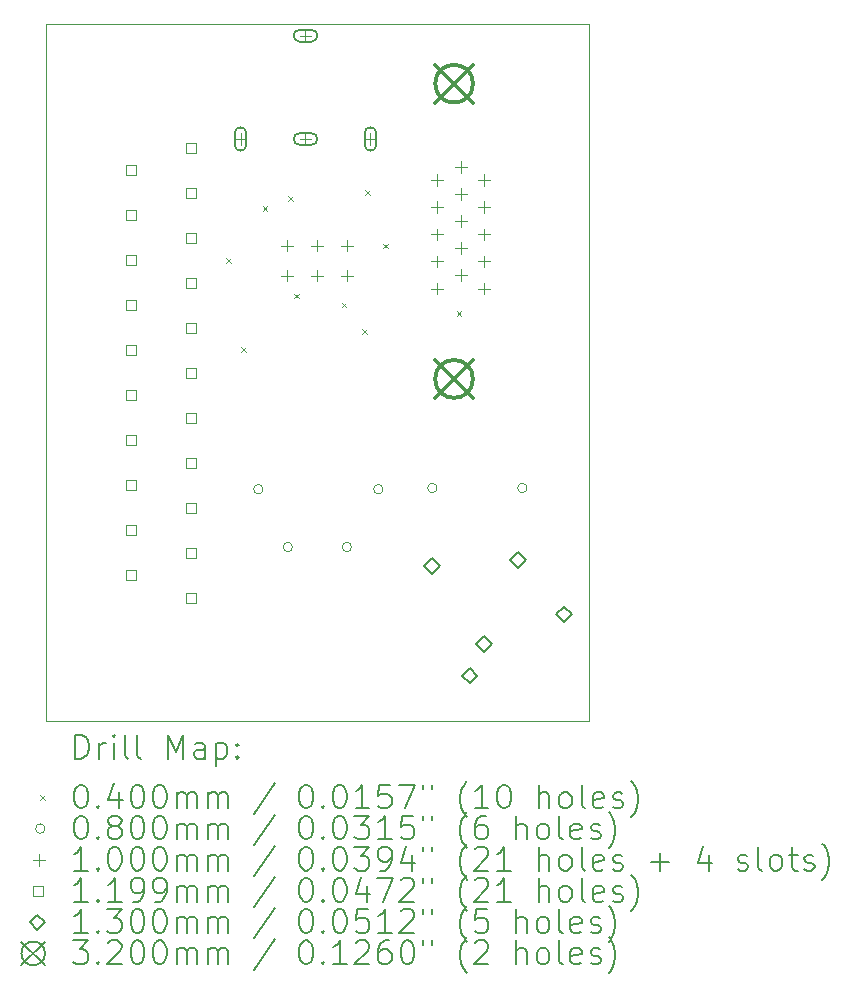
<source format=gbr>
%TF.GenerationSoftware,KiCad,Pcbnew,(6.0.7-1)-1*%
%TF.CreationDate,2022-08-17T11:35:41+02:00*%
%TF.ProjectId,vgascart,76676173-6361-4727-942e-6b696361645f,rev?*%
%TF.SameCoordinates,Original*%
%TF.FileFunction,Drillmap*%
%TF.FilePolarity,Positive*%
%FSLAX45Y45*%
G04 Gerber Fmt 4.5, Leading zero omitted, Abs format (unit mm)*
G04 Created by KiCad (PCBNEW (6.0.7-1)-1) date 2022-08-17 11:35:41*
%MOMM*%
%LPD*%
G01*
G04 APERTURE LIST*
%ADD10C,0.100000*%
%ADD11C,0.200000*%
%ADD12C,0.040000*%
%ADD13C,0.080000*%
%ADD14C,0.119888*%
%ADD15C,0.130000*%
%ADD16C,0.320000*%
G04 APERTURE END LIST*
D10*
X2550000Y-2250000D02*
X7150000Y-2250000D01*
X7150000Y-2250000D02*
X7150000Y-8150000D01*
X7150000Y-8150000D02*
X2550000Y-8150000D01*
X2550000Y-8150000D02*
X2550000Y-2250000D01*
D11*
D12*
X4080000Y-4230000D02*
X4120000Y-4270000D01*
X4120000Y-4230000D02*
X4080000Y-4270000D01*
X4205000Y-4980000D02*
X4245000Y-5020000D01*
X4245000Y-4980000D02*
X4205000Y-5020000D01*
X4387982Y-3787982D02*
X4427982Y-3827982D01*
X4427982Y-3787982D02*
X4387982Y-3827982D01*
X4605000Y-3705000D02*
X4645000Y-3745000D01*
X4645000Y-3705000D02*
X4605000Y-3745000D01*
X4655000Y-4530000D02*
X4695000Y-4570000D01*
X4695000Y-4530000D02*
X4655000Y-4570000D01*
X5055000Y-4605000D02*
X5095000Y-4645000D01*
X5095000Y-4605000D02*
X5055000Y-4645000D01*
X5230000Y-4830000D02*
X5270000Y-4870000D01*
X5270000Y-4830000D02*
X5230000Y-4870000D01*
X5255000Y-3655000D02*
X5295000Y-3695000D01*
X5295000Y-3655000D02*
X5255000Y-3695000D01*
X5405000Y-4105000D02*
X5445000Y-4145000D01*
X5445000Y-4105000D02*
X5405000Y-4145000D01*
X6030000Y-4680000D02*
X6070000Y-4720000D01*
X6070000Y-4680000D02*
X6030000Y-4720000D01*
D13*
X4390000Y-6185000D02*
G75*
G03*
X4390000Y-6185000I-40000J0D01*
G01*
X4640000Y-6675000D02*
G75*
G03*
X4640000Y-6675000I-40000J0D01*
G01*
X5140000Y-6675000D02*
G75*
G03*
X5140000Y-6675000I-40000J0D01*
G01*
X5406000Y-6185000D02*
G75*
G03*
X5406000Y-6185000I-40000J0D01*
G01*
X5865000Y-6175000D02*
G75*
G03*
X5865000Y-6175000I-40000J0D01*
G01*
X6627000Y-6175000D02*
G75*
G03*
X6627000Y-6175000I-40000J0D01*
G01*
D10*
X4200000Y-3170000D02*
X4200000Y-3270000D01*
X4150000Y-3220000D02*
X4250000Y-3220000D01*
D11*
X4150000Y-3170000D02*
X4150000Y-3270000D01*
X4250000Y-3170000D02*
X4250000Y-3270000D01*
X4150000Y-3270000D02*
G75*
G03*
X4250000Y-3270000I50000J0D01*
G01*
X4250000Y-3170000D02*
G75*
G03*
X4150000Y-3170000I-50000J0D01*
G01*
D10*
X4594500Y-4072500D02*
X4594500Y-4172500D01*
X4544500Y-4122500D02*
X4644500Y-4122500D01*
X4594500Y-4326500D02*
X4594500Y-4426500D01*
X4544500Y-4376500D02*
X4644500Y-4376500D01*
X4750000Y-2295000D02*
X4750000Y-2395000D01*
X4700000Y-2345000D02*
X4800000Y-2345000D01*
D11*
X4800000Y-2295000D02*
X4700000Y-2295000D01*
X4800000Y-2395000D02*
X4700000Y-2395000D01*
X4700000Y-2295000D02*
G75*
G03*
X4700000Y-2395000I0J-50000D01*
G01*
X4800000Y-2395000D02*
G75*
G03*
X4800000Y-2295000I0J50000D01*
G01*
D10*
X4750000Y-3170000D02*
X4750000Y-3270000D01*
X4700000Y-3220000D02*
X4800000Y-3220000D01*
D11*
X4800000Y-3170000D02*
X4700000Y-3170000D01*
X4800000Y-3270000D02*
X4700000Y-3270000D01*
X4700000Y-3170000D02*
G75*
G03*
X4700000Y-3270000I0J-50000D01*
G01*
X4800000Y-3270000D02*
G75*
G03*
X4800000Y-3170000I0J50000D01*
G01*
D10*
X4848500Y-4072500D02*
X4848500Y-4172500D01*
X4798500Y-4122500D02*
X4898500Y-4122500D01*
X4848500Y-4326500D02*
X4848500Y-4426500D01*
X4798500Y-4376500D02*
X4898500Y-4376500D01*
X5102500Y-4072500D02*
X5102500Y-4172500D01*
X5052500Y-4122500D02*
X5152500Y-4122500D01*
X5102500Y-4326500D02*
X5102500Y-4426500D01*
X5052500Y-4376500D02*
X5152500Y-4376500D01*
X5300000Y-3170000D02*
X5300000Y-3270000D01*
X5250000Y-3220000D02*
X5350000Y-3220000D01*
D11*
X5250000Y-3170000D02*
X5250000Y-3270000D01*
X5350000Y-3170000D02*
X5350000Y-3270000D01*
X5250000Y-3270000D02*
G75*
G03*
X5350000Y-3270000I50000J0D01*
G01*
X5350000Y-3170000D02*
G75*
G03*
X5250000Y-3170000I-50000J0D01*
G01*
D10*
X5865967Y-3520000D02*
X5865967Y-3620000D01*
X5815967Y-3570000D02*
X5915967Y-3570000D01*
X5865967Y-3749000D02*
X5865967Y-3849000D01*
X5815967Y-3799000D02*
X5915967Y-3799000D01*
X5865967Y-3978000D02*
X5865967Y-4078000D01*
X5815967Y-4028000D02*
X5915967Y-4028000D01*
X5865967Y-4207000D02*
X5865967Y-4307000D01*
X5815967Y-4257000D02*
X5915967Y-4257000D01*
X5865967Y-4436000D02*
X5865967Y-4536000D01*
X5815967Y-4486000D02*
X5915967Y-4486000D01*
X6063967Y-3405500D02*
X6063967Y-3505500D01*
X6013967Y-3455500D02*
X6113967Y-3455500D01*
X6063967Y-3634500D02*
X6063967Y-3734500D01*
X6013967Y-3684500D02*
X6113967Y-3684500D01*
X6063967Y-3863500D02*
X6063967Y-3963500D01*
X6013967Y-3913500D02*
X6113967Y-3913500D01*
X6063967Y-4092500D02*
X6063967Y-4192500D01*
X6013967Y-4142500D02*
X6113967Y-4142500D01*
X6063967Y-4321500D02*
X6063967Y-4421500D01*
X6013967Y-4371500D02*
X6113967Y-4371500D01*
X6261967Y-3520000D02*
X6261967Y-3620000D01*
X6211967Y-3570000D02*
X6311967Y-3570000D01*
X6261967Y-3749000D02*
X6261967Y-3849000D01*
X6211967Y-3799000D02*
X6311967Y-3799000D01*
X6261967Y-3978000D02*
X6261967Y-4078000D01*
X6211967Y-4028000D02*
X6311967Y-4028000D01*
X6261967Y-4207000D02*
X6261967Y-4307000D01*
X6211967Y-4257000D02*
X6311967Y-4257000D01*
X6261967Y-4436000D02*
X6261967Y-4536000D01*
X6211967Y-4486000D02*
X6311967Y-4486000D01*
D14*
X3312351Y-3527887D02*
X3312351Y-3443113D01*
X3227577Y-3443113D01*
X3227577Y-3527887D01*
X3312351Y-3527887D01*
X3312351Y-3908887D02*
X3312351Y-3824113D01*
X3227577Y-3824113D01*
X3227577Y-3908887D01*
X3312351Y-3908887D01*
X3312351Y-4289887D02*
X3312351Y-4205113D01*
X3227577Y-4205113D01*
X3227577Y-4289887D01*
X3312351Y-4289887D01*
X3312351Y-4670887D02*
X3312351Y-4586113D01*
X3227577Y-4586113D01*
X3227577Y-4670887D01*
X3312351Y-4670887D01*
X3312351Y-5051887D02*
X3312351Y-4967113D01*
X3227577Y-4967113D01*
X3227577Y-5051887D01*
X3312351Y-5051887D01*
X3312351Y-5432887D02*
X3312351Y-5348113D01*
X3227577Y-5348113D01*
X3227577Y-5432887D01*
X3312351Y-5432887D01*
X3312351Y-5813887D02*
X3312351Y-5729113D01*
X3227577Y-5729113D01*
X3227577Y-5813887D01*
X3312351Y-5813887D01*
X3312351Y-6194887D02*
X3312351Y-6110113D01*
X3227577Y-6110113D01*
X3227577Y-6194887D01*
X3312351Y-6194887D01*
X3312351Y-6575887D02*
X3312351Y-6491113D01*
X3227577Y-6491113D01*
X3227577Y-6575887D01*
X3312351Y-6575887D01*
X3312351Y-6956887D02*
X3312351Y-6872113D01*
X3227577Y-6872113D01*
X3227577Y-6956887D01*
X3312351Y-6956887D01*
X3820351Y-3337387D02*
X3820351Y-3252613D01*
X3735577Y-3252613D01*
X3735577Y-3337387D01*
X3820351Y-3337387D01*
X3820351Y-3718387D02*
X3820351Y-3633613D01*
X3735577Y-3633613D01*
X3735577Y-3718387D01*
X3820351Y-3718387D01*
X3820351Y-4099387D02*
X3820351Y-4014613D01*
X3735577Y-4014613D01*
X3735577Y-4099387D01*
X3820351Y-4099387D01*
X3820351Y-4480387D02*
X3820351Y-4395613D01*
X3735577Y-4395613D01*
X3735577Y-4480387D01*
X3820351Y-4480387D01*
X3820351Y-4861387D02*
X3820351Y-4776613D01*
X3735577Y-4776613D01*
X3735577Y-4861387D01*
X3820351Y-4861387D01*
X3820351Y-5242387D02*
X3820351Y-5157613D01*
X3735577Y-5157613D01*
X3735577Y-5242387D01*
X3820351Y-5242387D01*
X3820351Y-5623387D02*
X3820351Y-5538613D01*
X3735577Y-5538613D01*
X3735577Y-5623387D01*
X3820351Y-5623387D01*
X3820351Y-6004387D02*
X3820351Y-5919613D01*
X3735577Y-5919613D01*
X3735577Y-6004387D01*
X3820351Y-6004387D01*
X3820351Y-6385387D02*
X3820351Y-6300613D01*
X3735577Y-6300613D01*
X3735577Y-6385387D01*
X3820351Y-6385387D01*
X3820351Y-6766387D02*
X3820351Y-6681613D01*
X3735577Y-6681613D01*
X3735577Y-6766387D01*
X3820351Y-6766387D01*
X3820351Y-7147387D02*
X3820351Y-7062613D01*
X3735577Y-7062613D01*
X3735577Y-7147387D01*
X3820351Y-7147387D01*
D15*
X5820000Y-6899250D02*
X5885000Y-6834250D01*
X5820000Y-6769250D01*
X5755000Y-6834250D01*
X5820000Y-6899250D01*
X6140000Y-7829250D02*
X6205000Y-7764250D01*
X6140000Y-7699250D01*
X6075000Y-7764250D01*
X6140000Y-7829250D01*
X6260000Y-7559250D02*
X6325000Y-7494250D01*
X6260000Y-7429250D01*
X6195000Y-7494250D01*
X6260000Y-7559250D01*
X6550000Y-6849250D02*
X6615000Y-6784250D01*
X6550000Y-6719250D01*
X6485000Y-6784250D01*
X6550000Y-6849250D01*
X6940000Y-7309250D02*
X7005000Y-7244250D01*
X6940000Y-7179250D01*
X6875000Y-7244250D01*
X6940000Y-7309250D01*
D16*
X5847967Y-2591500D02*
X6167967Y-2911500D01*
X6167967Y-2591500D02*
X5847967Y-2911500D01*
X6167967Y-2751500D02*
G75*
G03*
X6167967Y-2751500I-160000J0D01*
G01*
X5847967Y-5091500D02*
X6167967Y-5411500D01*
X6167967Y-5091500D02*
X5847967Y-5411500D01*
X6167967Y-5251500D02*
G75*
G03*
X6167967Y-5251500I-160000J0D01*
G01*
D11*
X2802619Y-8465476D02*
X2802619Y-8265476D01*
X2850238Y-8265476D01*
X2878809Y-8275000D01*
X2897857Y-8294048D01*
X2907381Y-8313095D01*
X2916905Y-8351190D01*
X2916905Y-8379762D01*
X2907381Y-8417857D01*
X2897857Y-8436905D01*
X2878809Y-8455952D01*
X2850238Y-8465476D01*
X2802619Y-8465476D01*
X3002619Y-8465476D02*
X3002619Y-8332143D01*
X3002619Y-8370238D02*
X3012143Y-8351190D01*
X3021667Y-8341667D01*
X3040714Y-8332143D01*
X3059762Y-8332143D01*
X3126428Y-8465476D02*
X3126428Y-8332143D01*
X3126428Y-8265476D02*
X3116905Y-8275000D01*
X3126428Y-8284524D01*
X3135952Y-8275000D01*
X3126428Y-8265476D01*
X3126428Y-8284524D01*
X3250238Y-8465476D02*
X3231190Y-8455952D01*
X3221667Y-8436905D01*
X3221667Y-8265476D01*
X3355000Y-8465476D02*
X3335952Y-8455952D01*
X3326428Y-8436905D01*
X3326428Y-8265476D01*
X3583571Y-8465476D02*
X3583571Y-8265476D01*
X3650238Y-8408333D01*
X3716905Y-8265476D01*
X3716905Y-8465476D01*
X3897857Y-8465476D02*
X3897857Y-8360714D01*
X3888333Y-8341667D01*
X3869286Y-8332143D01*
X3831190Y-8332143D01*
X3812143Y-8341667D01*
X3897857Y-8455952D02*
X3878809Y-8465476D01*
X3831190Y-8465476D01*
X3812143Y-8455952D01*
X3802619Y-8436905D01*
X3802619Y-8417857D01*
X3812143Y-8398810D01*
X3831190Y-8389286D01*
X3878809Y-8389286D01*
X3897857Y-8379762D01*
X3993095Y-8332143D02*
X3993095Y-8532143D01*
X3993095Y-8341667D02*
X4012143Y-8332143D01*
X4050238Y-8332143D01*
X4069286Y-8341667D01*
X4078809Y-8351190D01*
X4088333Y-8370238D01*
X4088333Y-8427381D01*
X4078809Y-8446429D01*
X4069286Y-8455952D01*
X4050238Y-8465476D01*
X4012143Y-8465476D01*
X3993095Y-8455952D01*
X4174048Y-8446429D02*
X4183571Y-8455952D01*
X4174048Y-8465476D01*
X4164524Y-8455952D01*
X4174048Y-8446429D01*
X4174048Y-8465476D01*
X4174048Y-8341667D02*
X4183571Y-8351190D01*
X4174048Y-8360714D01*
X4164524Y-8351190D01*
X4174048Y-8341667D01*
X4174048Y-8360714D01*
D12*
X2505000Y-8775000D02*
X2545000Y-8815000D01*
X2545000Y-8775000D02*
X2505000Y-8815000D01*
D11*
X2840714Y-8685476D02*
X2859762Y-8685476D01*
X2878809Y-8695000D01*
X2888333Y-8704524D01*
X2897857Y-8723571D01*
X2907381Y-8761667D01*
X2907381Y-8809286D01*
X2897857Y-8847381D01*
X2888333Y-8866429D01*
X2878809Y-8875952D01*
X2859762Y-8885476D01*
X2840714Y-8885476D01*
X2821667Y-8875952D01*
X2812143Y-8866429D01*
X2802619Y-8847381D01*
X2793095Y-8809286D01*
X2793095Y-8761667D01*
X2802619Y-8723571D01*
X2812143Y-8704524D01*
X2821667Y-8695000D01*
X2840714Y-8685476D01*
X2993095Y-8866429D02*
X3002619Y-8875952D01*
X2993095Y-8885476D01*
X2983571Y-8875952D01*
X2993095Y-8866429D01*
X2993095Y-8885476D01*
X3174048Y-8752143D02*
X3174048Y-8885476D01*
X3126428Y-8675952D02*
X3078809Y-8818810D01*
X3202619Y-8818810D01*
X3316905Y-8685476D02*
X3335952Y-8685476D01*
X3355000Y-8695000D01*
X3364524Y-8704524D01*
X3374048Y-8723571D01*
X3383571Y-8761667D01*
X3383571Y-8809286D01*
X3374048Y-8847381D01*
X3364524Y-8866429D01*
X3355000Y-8875952D01*
X3335952Y-8885476D01*
X3316905Y-8885476D01*
X3297857Y-8875952D01*
X3288333Y-8866429D01*
X3278809Y-8847381D01*
X3269286Y-8809286D01*
X3269286Y-8761667D01*
X3278809Y-8723571D01*
X3288333Y-8704524D01*
X3297857Y-8695000D01*
X3316905Y-8685476D01*
X3507381Y-8685476D02*
X3526428Y-8685476D01*
X3545476Y-8695000D01*
X3555000Y-8704524D01*
X3564524Y-8723571D01*
X3574048Y-8761667D01*
X3574048Y-8809286D01*
X3564524Y-8847381D01*
X3555000Y-8866429D01*
X3545476Y-8875952D01*
X3526428Y-8885476D01*
X3507381Y-8885476D01*
X3488333Y-8875952D01*
X3478809Y-8866429D01*
X3469286Y-8847381D01*
X3459762Y-8809286D01*
X3459762Y-8761667D01*
X3469286Y-8723571D01*
X3478809Y-8704524D01*
X3488333Y-8695000D01*
X3507381Y-8685476D01*
X3659762Y-8885476D02*
X3659762Y-8752143D01*
X3659762Y-8771190D02*
X3669286Y-8761667D01*
X3688333Y-8752143D01*
X3716905Y-8752143D01*
X3735952Y-8761667D01*
X3745476Y-8780714D01*
X3745476Y-8885476D01*
X3745476Y-8780714D02*
X3755000Y-8761667D01*
X3774048Y-8752143D01*
X3802619Y-8752143D01*
X3821667Y-8761667D01*
X3831190Y-8780714D01*
X3831190Y-8885476D01*
X3926428Y-8885476D02*
X3926428Y-8752143D01*
X3926428Y-8771190D02*
X3935952Y-8761667D01*
X3955000Y-8752143D01*
X3983571Y-8752143D01*
X4002619Y-8761667D01*
X4012143Y-8780714D01*
X4012143Y-8885476D01*
X4012143Y-8780714D02*
X4021667Y-8761667D01*
X4040714Y-8752143D01*
X4069286Y-8752143D01*
X4088333Y-8761667D01*
X4097857Y-8780714D01*
X4097857Y-8885476D01*
X4488333Y-8675952D02*
X4316905Y-8933095D01*
X4745476Y-8685476D02*
X4764524Y-8685476D01*
X4783571Y-8695000D01*
X4793095Y-8704524D01*
X4802619Y-8723571D01*
X4812143Y-8761667D01*
X4812143Y-8809286D01*
X4802619Y-8847381D01*
X4793095Y-8866429D01*
X4783571Y-8875952D01*
X4764524Y-8885476D01*
X4745476Y-8885476D01*
X4726429Y-8875952D01*
X4716905Y-8866429D01*
X4707381Y-8847381D01*
X4697857Y-8809286D01*
X4697857Y-8761667D01*
X4707381Y-8723571D01*
X4716905Y-8704524D01*
X4726429Y-8695000D01*
X4745476Y-8685476D01*
X4897857Y-8866429D02*
X4907381Y-8875952D01*
X4897857Y-8885476D01*
X4888333Y-8875952D01*
X4897857Y-8866429D01*
X4897857Y-8885476D01*
X5031190Y-8685476D02*
X5050238Y-8685476D01*
X5069286Y-8695000D01*
X5078810Y-8704524D01*
X5088333Y-8723571D01*
X5097857Y-8761667D01*
X5097857Y-8809286D01*
X5088333Y-8847381D01*
X5078810Y-8866429D01*
X5069286Y-8875952D01*
X5050238Y-8885476D01*
X5031190Y-8885476D01*
X5012143Y-8875952D01*
X5002619Y-8866429D01*
X4993095Y-8847381D01*
X4983571Y-8809286D01*
X4983571Y-8761667D01*
X4993095Y-8723571D01*
X5002619Y-8704524D01*
X5012143Y-8695000D01*
X5031190Y-8685476D01*
X5288333Y-8885476D02*
X5174048Y-8885476D01*
X5231190Y-8885476D02*
X5231190Y-8685476D01*
X5212143Y-8714048D01*
X5193095Y-8733095D01*
X5174048Y-8742619D01*
X5469286Y-8685476D02*
X5374048Y-8685476D01*
X5364524Y-8780714D01*
X5374048Y-8771190D01*
X5393095Y-8761667D01*
X5440714Y-8761667D01*
X5459762Y-8771190D01*
X5469286Y-8780714D01*
X5478810Y-8799762D01*
X5478810Y-8847381D01*
X5469286Y-8866429D01*
X5459762Y-8875952D01*
X5440714Y-8885476D01*
X5393095Y-8885476D01*
X5374048Y-8875952D01*
X5364524Y-8866429D01*
X5545476Y-8685476D02*
X5678809Y-8685476D01*
X5593095Y-8885476D01*
X5745476Y-8685476D02*
X5745476Y-8723571D01*
X5821667Y-8685476D02*
X5821667Y-8723571D01*
X6116905Y-8961667D02*
X6107381Y-8952143D01*
X6088333Y-8923571D01*
X6078809Y-8904524D01*
X6069286Y-8875952D01*
X6059762Y-8828333D01*
X6059762Y-8790238D01*
X6069286Y-8742619D01*
X6078809Y-8714048D01*
X6088333Y-8695000D01*
X6107381Y-8666429D01*
X6116905Y-8656905D01*
X6297857Y-8885476D02*
X6183571Y-8885476D01*
X6240714Y-8885476D02*
X6240714Y-8685476D01*
X6221667Y-8714048D01*
X6202619Y-8733095D01*
X6183571Y-8742619D01*
X6421667Y-8685476D02*
X6440714Y-8685476D01*
X6459762Y-8695000D01*
X6469286Y-8704524D01*
X6478809Y-8723571D01*
X6488333Y-8761667D01*
X6488333Y-8809286D01*
X6478809Y-8847381D01*
X6469286Y-8866429D01*
X6459762Y-8875952D01*
X6440714Y-8885476D01*
X6421667Y-8885476D01*
X6402619Y-8875952D01*
X6393095Y-8866429D01*
X6383571Y-8847381D01*
X6374048Y-8809286D01*
X6374048Y-8761667D01*
X6383571Y-8723571D01*
X6393095Y-8704524D01*
X6402619Y-8695000D01*
X6421667Y-8685476D01*
X6726428Y-8885476D02*
X6726428Y-8685476D01*
X6812143Y-8885476D02*
X6812143Y-8780714D01*
X6802619Y-8761667D01*
X6783571Y-8752143D01*
X6755000Y-8752143D01*
X6735952Y-8761667D01*
X6726428Y-8771190D01*
X6935952Y-8885476D02*
X6916905Y-8875952D01*
X6907381Y-8866429D01*
X6897857Y-8847381D01*
X6897857Y-8790238D01*
X6907381Y-8771190D01*
X6916905Y-8761667D01*
X6935952Y-8752143D01*
X6964524Y-8752143D01*
X6983571Y-8761667D01*
X6993095Y-8771190D01*
X7002619Y-8790238D01*
X7002619Y-8847381D01*
X6993095Y-8866429D01*
X6983571Y-8875952D01*
X6964524Y-8885476D01*
X6935952Y-8885476D01*
X7116905Y-8885476D02*
X7097857Y-8875952D01*
X7088333Y-8856905D01*
X7088333Y-8685476D01*
X7269286Y-8875952D02*
X7250238Y-8885476D01*
X7212143Y-8885476D01*
X7193095Y-8875952D01*
X7183571Y-8856905D01*
X7183571Y-8780714D01*
X7193095Y-8761667D01*
X7212143Y-8752143D01*
X7250238Y-8752143D01*
X7269286Y-8761667D01*
X7278809Y-8780714D01*
X7278809Y-8799762D01*
X7183571Y-8818810D01*
X7355000Y-8875952D02*
X7374048Y-8885476D01*
X7412143Y-8885476D01*
X7431190Y-8875952D01*
X7440714Y-8856905D01*
X7440714Y-8847381D01*
X7431190Y-8828333D01*
X7412143Y-8818810D01*
X7383571Y-8818810D01*
X7364524Y-8809286D01*
X7355000Y-8790238D01*
X7355000Y-8780714D01*
X7364524Y-8761667D01*
X7383571Y-8752143D01*
X7412143Y-8752143D01*
X7431190Y-8761667D01*
X7507381Y-8961667D02*
X7516905Y-8952143D01*
X7535952Y-8923571D01*
X7545476Y-8904524D01*
X7555000Y-8875952D01*
X7564524Y-8828333D01*
X7564524Y-8790238D01*
X7555000Y-8742619D01*
X7545476Y-8714048D01*
X7535952Y-8695000D01*
X7516905Y-8666429D01*
X7507381Y-8656905D01*
D13*
X2545000Y-9059000D02*
G75*
G03*
X2545000Y-9059000I-40000J0D01*
G01*
D11*
X2840714Y-8949476D02*
X2859762Y-8949476D01*
X2878809Y-8959000D01*
X2888333Y-8968524D01*
X2897857Y-8987571D01*
X2907381Y-9025667D01*
X2907381Y-9073286D01*
X2897857Y-9111381D01*
X2888333Y-9130429D01*
X2878809Y-9139952D01*
X2859762Y-9149476D01*
X2840714Y-9149476D01*
X2821667Y-9139952D01*
X2812143Y-9130429D01*
X2802619Y-9111381D01*
X2793095Y-9073286D01*
X2793095Y-9025667D01*
X2802619Y-8987571D01*
X2812143Y-8968524D01*
X2821667Y-8959000D01*
X2840714Y-8949476D01*
X2993095Y-9130429D02*
X3002619Y-9139952D01*
X2993095Y-9149476D01*
X2983571Y-9139952D01*
X2993095Y-9130429D01*
X2993095Y-9149476D01*
X3116905Y-9035190D02*
X3097857Y-9025667D01*
X3088333Y-9016143D01*
X3078809Y-8997095D01*
X3078809Y-8987571D01*
X3088333Y-8968524D01*
X3097857Y-8959000D01*
X3116905Y-8949476D01*
X3155000Y-8949476D01*
X3174048Y-8959000D01*
X3183571Y-8968524D01*
X3193095Y-8987571D01*
X3193095Y-8997095D01*
X3183571Y-9016143D01*
X3174048Y-9025667D01*
X3155000Y-9035190D01*
X3116905Y-9035190D01*
X3097857Y-9044714D01*
X3088333Y-9054238D01*
X3078809Y-9073286D01*
X3078809Y-9111381D01*
X3088333Y-9130429D01*
X3097857Y-9139952D01*
X3116905Y-9149476D01*
X3155000Y-9149476D01*
X3174048Y-9139952D01*
X3183571Y-9130429D01*
X3193095Y-9111381D01*
X3193095Y-9073286D01*
X3183571Y-9054238D01*
X3174048Y-9044714D01*
X3155000Y-9035190D01*
X3316905Y-8949476D02*
X3335952Y-8949476D01*
X3355000Y-8959000D01*
X3364524Y-8968524D01*
X3374048Y-8987571D01*
X3383571Y-9025667D01*
X3383571Y-9073286D01*
X3374048Y-9111381D01*
X3364524Y-9130429D01*
X3355000Y-9139952D01*
X3335952Y-9149476D01*
X3316905Y-9149476D01*
X3297857Y-9139952D01*
X3288333Y-9130429D01*
X3278809Y-9111381D01*
X3269286Y-9073286D01*
X3269286Y-9025667D01*
X3278809Y-8987571D01*
X3288333Y-8968524D01*
X3297857Y-8959000D01*
X3316905Y-8949476D01*
X3507381Y-8949476D02*
X3526428Y-8949476D01*
X3545476Y-8959000D01*
X3555000Y-8968524D01*
X3564524Y-8987571D01*
X3574048Y-9025667D01*
X3574048Y-9073286D01*
X3564524Y-9111381D01*
X3555000Y-9130429D01*
X3545476Y-9139952D01*
X3526428Y-9149476D01*
X3507381Y-9149476D01*
X3488333Y-9139952D01*
X3478809Y-9130429D01*
X3469286Y-9111381D01*
X3459762Y-9073286D01*
X3459762Y-9025667D01*
X3469286Y-8987571D01*
X3478809Y-8968524D01*
X3488333Y-8959000D01*
X3507381Y-8949476D01*
X3659762Y-9149476D02*
X3659762Y-9016143D01*
X3659762Y-9035190D02*
X3669286Y-9025667D01*
X3688333Y-9016143D01*
X3716905Y-9016143D01*
X3735952Y-9025667D01*
X3745476Y-9044714D01*
X3745476Y-9149476D01*
X3745476Y-9044714D02*
X3755000Y-9025667D01*
X3774048Y-9016143D01*
X3802619Y-9016143D01*
X3821667Y-9025667D01*
X3831190Y-9044714D01*
X3831190Y-9149476D01*
X3926428Y-9149476D02*
X3926428Y-9016143D01*
X3926428Y-9035190D02*
X3935952Y-9025667D01*
X3955000Y-9016143D01*
X3983571Y-9016143D01*
X4002619Y-9025667D01*
X4012143Y-9044714D01*
X4012143Y-9149476D01*
X4012143Y-9044714D02*
X4021667Y-9025667D01*
X4040714Y-9016143D01*
X4069286Y-9016143D01*
X4088333Y-9025667D01*
X4097857Y-9044714D01*
X4097857Y-9149476D01*
X4488333Y-8939952D02*
X4316905Y-9197095D01*
X4745476Y-8949476D02*
X4764524Y-8949476D01*
X4783571Y-8959000D01*
X4793095Y-8968524D01*
X4802619Y-8987571D01*
X4812143Y-9025667D01*
X4812143Y-9073286D01*
X4802619Y-9111381D01*
X4793095Y-9130429D01*
X4783571Y-9139952D01*
X4764524Y-9149476D01*
X4745476Y-9149476D01*
X4726429Y-9139952D01*
X4716905Y-9130429D01*
X4707381Y-9111381D01*
X4697857Y-9073286D01*
X4697857Y-9025667D01*
X4707381Y-8987571D01*
X4716905Y-8968524D01*
X4726429Y-8959000D01*
X4745476Y-8949476D01*
X4897857Y-9130429D02*
X4907381Y-9139952D01*
X4897857Y-9149476D01*
X4888333Y-9139952D01*
X4897857Y-9130429D01*
X4897857Y-9149476D01*
X5031190Y-8949476D02*
X5050238Y-8949476D01*
X5069286Y-8959000D01*
X5078810Y-8968524D01*
X5088333Y-8987571D01*
X5097857Y-9025667D01*
X5097857Y-9073286D01*
X5088333Y-9111381D01*
X5078810Y-9130429D01*
X5069286Y-9139952D01*
X5050238Y-9149476D01*
X5031190Y-9149476D01*
X5012143Y-9139952D01*
X5002619Y-9130429D01*
X4993095Y-9111381D01*
X4983571Y-9073286D01*
X4983571Y-9025667D01*
X4993095Y-8987571D01*
X5002619Y-8968524D01*
X5012143Y-8959000D01*
X5031190Y-8949476D01*
X5164524Y-8949476D02*
X5288333Y-8949476D01*
X5221667Y-9025667D01*
X5250238Y-9025667D01*
X5269286Y-9035190D01*
X5278810Y-9044714D01*
X5288333Y-9063762D01*
X5288333Y-9111381D01*
X5278810Y-9130429D01*
X5269286Y-9139952D01*
X5250238Y-9149476D01*
X5193095Y-9149476D01*
X5174048Y-9139952D01*
X5164524Y-9130429D01*
X5478810Y-9149476D02*
X5364524Y-9149476D01*
X5421667Y-9149476D02*
X5421667Y-8949476D01*
X5402619Y-8978048D01*
X5383571Y-8997095D01*
X5364524Y-9006619D01*
X5659762Y-8949476D02*
X5564524Y-8949476D01*
X5555000Y-9044714D01*
X5564524Y-9035190D01*
X5583571Y-9025667D01*
X5631190Y-9025667D01*
X5650238Y-9035190D01*
X5659762Y-9044714D01*
X5669286Y-9063762D01*
X5669286Y-9111381D01*
X5659762Y-9130429D01*
X5650238Y-9139952D01*
X5631190Y-9149476D01*
X5583571Y-9149476D01*
X5564524Y-9139952D01*
X5555000Y-9130429D01*
X5745476Y-8949476D02*
X5745476Y-8987571D01*
X5821667Y-8949476D02*
X5821667Y-8987571D01*
X6116905Y-9225667D02*
X6107381Y-9216143D01*
X6088333Y-9187571D01*
X6078809Y-9168524D01*
X6069286Y-9139952D01*
X6059762Y-9092333D01*
X6059762Y-9054238D01*
X6069286Y-9006619D01*
X6078809Y-8978048D01*
X6088333Y-8959000D01*
X6107381Y-8930429D01*
X6116905Y-8920905D01*
X6278809Y-8949476D02*
X6240714Y-8949476D01*
X6221667Y-8959000D01*
X6212143Y-8968524D01*
X6193095Y-8997095D01*
X6183571Y-9035190D01*
X6183571Y-9111381D01*
X6193095Y-9130429D01*
X6202619Y-9139952D01*
X6221667Y-9149476D01*
X6259762Y-9149476D01*
X6278809Y-9139952D01*
X6288333Y-9130429D01*
X6297857Y-9111381D01*
X6297857Y-9063762D01*
X6288333Y-9044714D01*
X6278809Y-9035190D01*
X6259762Y-9025667D01*
X6221667Y-9025667D01*
X6202619Y-9035190D01*
X6193095Y-9044714D01*
X6183571Y-9063762D01*
X6535952Y-9149476D02*
X6535952Y-8949476D01*
X6621667Y-9149476D02*
X6621667Y-9044714D01*
X6612143Y-9025667D01*
X6593095Y-9016143D01*
X6564524Y-9016143D01*
X6545476Y-9025667D01*
X6535952Y-9035190D01*
X6745476Y-9149476D02*
X6726428Y-9139952D01*
X6716905Y-9130429D01*
X6707381Y-9111381D01*
X6707381Y-9054238D01*
X6716905Y-9035190D01*
X6726428Y-9025667D01*
X6745476Y-9016143D01*
X6774048Y-9016143D01*
X6793095Y-9025667D01*
X6802619Y-9035190D01*
X6812143Y-9054238D01*
X6812143Y-9111381D01*
X6802619Y-9130429D01*
X6793095Y-9139952D01*
X6774048Y-9149476D01*
X6745476Y-9149476D01*
X6926428Y-9149476D02*
X6907381Y-9139952D01*
X6897857Y-9120905D01*
X6897857Y-8949476D01*
X7078809Y-9139952D02*
X7059762Y-9149476D01*
X7021667Y-9149476D01*
X7002619Y-9139952D01*
X6993095Y-9120905D01*
X6993095Y-9044714D01*
X7002619Y-9025667D01*
X7021667Y-9016143D01*
X7059762Y-9016143D01*
X7078809Y-9025667D01*
X7088333Y-9044714D01*
X7088333Y-9063762D01*
X6993095Y-9082810D01*
X7164524Y-9139952D02*
X7183571Y-9149476D01*
X7221667Y-9149476D01*
X7240714Y-9139952D01*
X7250238Y-9120905D01*
X7250238Y-9111381D01*
X7240714Y-9092333D01*
X7221667Y-9082810D01*
X7193095Y-9082810D01*
X7174048Y-9073286D01*
X7164524Y-9054238D01*
X7164524Y-9044714D01*
X7174048Y-9025667D01*
X7193095Y-9016143D01*
X7221667Y-9016143D01*
X7240714Y-9025667D01*
X7316905Y-9225667D02*
X7326428Y-9216143D01*
X7345476Y-9187571D01*
X7355000Y-9168524D01*
X7364524Y-9139952D01*
X7374048Y-9092333D01*
X7374048Y-9054238D01*
X7364524Y-9006619D01*
X7355000Y-8978048D01*
X7345476Y-8959000D01*
X7326428Y-8930429D01*
X7316905Y-8920905D01*
D10*
X2495000Y-9273000D02*
X2495000Y-9373000D01*
X2445000Y-9323000D02*
X2545000Y-9323000D01*
D11*
X2907381Y-9413476D02*
X2793095Y-9413476D01*
X2850238Y-9413476D02*
X2850238Y-9213476D01*
X2831190Y-9242048D01*
X2812143Y-9261095D01*
X2793095Y-9270619D01*
X2993095Y-9394429D02*
X3002619Y-9403952D01*
X2993095Y-9413476D01*
X2983571Y-9403952D01*
X2993095Y-9394429D01*
X2993095Y-9413476D01*
X3126428Y-9213476D02*
X3145476Y-9213476D01*
X3164524Y-9223000D01*
X3174048Y-9232524D01*
X3183571Y-9251571D01*
X3193095Y-9289667D01*
X3193095Y-9337286D01*
X3183571Y-9375381D01*
X3174048Y-9394429D01*
X3164524Y-9403952D01*
X3145476Y-9413476D01*
X3126428Y-9413476D01*
X3107381Y-9403952D01*
X3097857Y-9394429D01*
X3088333Y-9375381D01*
X3078809Y-9337286D01*
X3078809Y-9289667D01*
X3088333Y-9251571D01*
X3097857Y-9232524D01*
X3107381Y-9223000D01*
X3126428Y-9213476D01*
X3316905Y-9213476D02*
X3335952Y-9213476D01*
X3355000Y-9223000D01*
X3364524Y-9232524D01*
X3374048Y-9251571D01*
X3383571Y-9289667D01*
X3383571Y-9337286D01*
X3374048Y-9375381D01*
X3364524Y-9394429D01*
X3355000Y-9403952D01*
X3335952Y-9413476D01*
X3316905Y-9413476D01*
X3297857Y-9403952D01*
X3288333Y-9394429D01*
X3278809Y-9375381D01*
X3269286Y-9337286D01*
X3269286Y-9289667D01*
X3278809Y-9251571D01*
X3288333Y-9232524D01*
X3297857Y-9223000D01*
X3316905Y-9213476D01*
X3507381Y-9213476D02*
X3526428Y-9213476D01*
X3545476Y-9223000D01*
X3555000Y-9232524D01*
X3564524Y-9251571D01*
X3574048Y-9289667D01*
X3574048Y-9337286D01*
X3564524Y-9375381D01*
X3555000Y-9394429D01*
X3545476Y-9403952D01*
X3526428Y-9413476D01*
X3507381Y-9413476D01*
X3488333Y-9403952D01*
X3478809Y-9394429D01*
X3469286Y-9375381D01*
X3459762Y-9337286D01*
X3459762Y-9289667D01*
X3469286Y-9251571D01*
X3478809Y-9232524D01*
X3488333Y-9223000D01*
X3507381Y-9213476D01*
X3659762Y-9413476D02*
X3659762Y-9280143D01*
X3659762Y-9299190D02*
X3669286Y-9289667D01*
X3688333Y-9280143D01*
X3716905Y-9280143D01*
X3735952Y-9289667D01*
X3745476Y-9308714D01*
X3745476Y-9413476D01*
X3745476Y-9308714D02*
X3755000Y-9289667D01*
X3774048Y-9280143D01*
X3802619Y-9280143D01*
X3821667Y-9289667D01*
X3831190Y-9308714D01*
X3831190Y-9413476D01*
X3926428Y-9413476D02*
X3926428Y-9280143D01*
X3926428Y-9299190D02*
X3935952Y-9289667D01*
X3955000Y-9280143D01*
X3983571Y-9280143D01*
X4002619Y-9289667D01*
X4012143Y-9308714D01*
X4012143Y-9413476D01*
X4012143Y-9308714D02*
X4021667Y-9289667D01*
X4040714Y-9280143D01*
X4069286Y-9280143D01*
X4088333Y-9289667D01*
X4097857Y-9308714D01*
X4097857Y-9413476D01*
X4488333Y-9203952D02*
X4316905Y-9461095D01*
X4745476Y-9213476D02*
X4764524Y-9213476D01*
X4783571Y-9223000D01*
X4793095Y-9232524D01*
X4802619Y-9251571D01*
X4812143Y-9289667D01*
X4812143Y-9337286D01*
X4802619Y-9375381D01*
X4793095Y-9394429D01*
X4783571Y-9403952D01*
X4764524Y-9413476D01*
X4745476Y-9413476D01*
X4726429Y-9403952D01*
X4716905Y-9394429D01*
X4707381Y-9375381D01*
X4697857Y-9337286D01*
X4697857Y-9289667D01*
X4707381Y-9251571D01*
X4716905Y-9232524D01*
X4726429Y-9223000D01*
X4745476Y-9213476D01*
X4897857Y-9394429D02*
X4907381Y-9403952D01*
X4897857Y-9413476D01*
X4888333Y-9403952D01*
X4897857Y-9394429D01*
X4897857Y-9413476D01*
X5031190Y-9213476D02*
X5050238Y-9213476D01*
X5069286Y-9223000D01*
X5078810Y-9232524D01*
X5088333Y-9251571D01*
X5097857Y-9289667D01*
X5097857Y-9337286D01*
X5088333Y-9375381D01*
X5078810Y-9394429D01*
X5069286Y-9403952D01*
X5050238Y-9413476D01*
X5031190Y-9413476D01*
X5012143Y-9403952D01*
X5002619Y-9394429D01*
X4993095Y-9375381D01*
X4983571Y-9337286D01*
X4983571Y-9289667D01*
X4993095Y-9251571D01*
X5002619Y-9232524D01*
X5012143Y-9223000D01*
X5031190Y-9213476D01*
X5164524Y-9213476D02*
X5288333Y-9213476D01*
X5221667Y-9289667D01*
X5250238Y-9289667D01*
X5269286Y-9299190D01*
X5278810Y-9308714D01*
X5288333Y-9327762D01*
X5288333Y-9375381D01*
X5278810Y-9394429D01*
X5269286Y-9403952D01*
X5250238Y-9413476D01*
X5193095Y-9413476D01*
X5174048Y-9403952D01*
X5164524Y-9394429D01*
X5383571Y-9413476D02*
X5421667Y-9413476D01*
X5440714Y-9403952D01*
X5450238Y-9394429D01*
X5469286Y-9365857D01*
X5478810Y-9327762D01*
X5478810Y-9251571D01*
X5469286Y-9232524D01*
X5459762Y-9223000D01*
X5440714Y-9213476D01*
X5402619Y-9213476D01*
X5383571Y-9223000D01*
X5374048Y-9232524D01*
X5364524Y-9251571D01*
X5364524Y-9299190D01*
X5374048Y-9318238D01*
X5383571Y-9327762D01*
X5402619Y-9337286D01*
X5440714Y-9337286D01*
X5459762Y-9327762D01*
X5469286Y-9318238D01*
X5478810Y-9299190D01*
X5650238Y-9280143D02*
X5650238Y-9413476D01*
X5602619Y-9203952D02*
X5555000Y-9346810D01*
X5678809Y-9346810D01*
X5745476Y-9213476D02*
X5745476Y-9251571D01*
X5821667Y-9213476D02*
X5821667Y-9251571D01*
X6116905Y-9489667D02*
X6107381Y-9480143D01*
X6088333Y-9451571D01*
X6078809Y-9432524D01*
X6069286Y-9403952D01*
X6059762Y-9356333D01*
X6059762Y-9318238D01*
X6069286Y-9270619D01*
X6078809Y-9242048D01*
X6088333Y-9223000D01*
X6107381Y-9194429D01*
X6116905Y-9184905D01*
X6183571Y-9232524D02*
X6193095Y-9223000D01*
X6212143Y-9213476D01*
X6259762Y-9213476D01*
X6278809Y-9223000D01*
X6288333Y-9232524D01*
X6297857Y-9251571D01*
X6297857Y-9270619D01*
X6288333Y-9299190D01*
X6174048Y-9413476D01*
X6297857Y-9413476D01*
X6488333Y-9413476D02*
X6374048Y-9413476D01*
X6431190Y-9413476D02*
X6431190Y-9213476D01*
X6412143Y-9242048D01*
X6393095Y-9261095D01*
X6374048Y-9270619D01*
X6726428Y-9413476D02*
X6726428Y-9213476D01*
X6812143Y-9413476D02*
X6812143Y-9308714D01*
X6802619Y-9289667D01*
X6783571Y-9280143D01*
X6755000Y-9280143D01*
X6735952Y-9289667D01*
X6726428Y-9299190D01*
X6935952Y-9413476D02*
X6916905Y-9403952D01*
X6907381Y-9394429D01*
X6897857Y-9375381D01*
X6897857Y-9318238D01*
X6907381Y-9299190D01*
X6916905Y-9289667D01*
X6935952Y-9280143D01*
X6964524Y-9280143D01*
X6983571Y-9289667D01*
X6993095Y-9299190D01*
X7002619Y-9318238D01*
X7002619Y-9375381D01*
X6993095Y-9394429D01*
X6983571Y-9403952D01*
X6964524Y-9413476D01*
X6935952Y-9413476D01*
X7116905Y-9413476D02*
X7097857Y-9403952D01*
X7088333Y-9384905D01*
X7088333Y-9213476D01*
X7269286Y-9403952D02*
X7250238Y-9413476D01*
X7212143Y-9413476D01*
X7193095Y-9403952D01*
X7183571Y-9384905D01*
X7183571Y-9308714D01*
X7193095Y-9289667D01*
X7212143Y-9280143D01*
X7250238Y-9280143D01*
X7269286Y-9289667D01*
X7278809Y-9308714D01*
X7278809Y-9327762D01*
X7183571Y-9346810D01*
X7355000Y-9403952D02*
X7374048Y-9413476D01*
X7412143Y-9413476D01*
X7431190Y-9403952D01*
X7440714Y-9384905D01*
X7440714Y-9375381D01*
X7431190Y-9356333D01*
X7412143Y-9346810D01*
X7383571Y-9346810D01*
X7364524Y-9337286D01*
X7355000Y-9318238D01*
X7355000Y-9308714D01*
X7364524Y-9289667D01*
X7383571Y-9280143D01*
X7412143Y-9280143D01*
X7431190Y-9289667D01*
X7678809Y-9337286D02*
X7831190Y-9337286D01*
X7755000Y-9413476D02*
X7755000Y-9261095D01*
X8164524Y-9280143D02*
X8164524Y-9413476D01*
X8116905Y-9203952D02*
X8069286Y-9346810D01*
X8193095Y-9346810D01*
X8412143Y-9403952D02*
X8431190Y-9413476D01*
X8469286Y-9413476D01*
X8488333Y-9403952D01*
X8497857Y-9384905D01*
X8497857Y-9375381D01*
X8488333Y-9356333D01*
X8469286Y-9346810D01*
X8440714Y-9346810D01*
X8421667Y-9337286D01*
X8412143Y-9318238D01*
X8412143Y-9308714D01*
X8421667Y-9289667D01*
X8440714Y-9280143D01*
X8469286Y-9280143D01*
X8488333Y-9289667D01*
X8612143Y-9413476D02*
X8593095Y-9403952D01*
X8583571Y-9384905D01*
X8583571Y-9213476D01*
X8716905Y-9413476D02*
X8697857Y-9403952D01*
X8688333Y-9394429D01*
X8678810Y-9375381D01*
X8678810Y-9318238D01*
X8688333Y-9299190D01*
X8697857Y-9289667D01*
X8716905Y-9280143D01*
X8745476Y-9280143D01*
X8764524Y-9289667D01*
X8774048Y-9299190D01*
X8783571Y-9318238D01*
X8783571Y-9375381D01*
X8774048Y-9394429D01*
X8764524Y-9403952D01*
X8745476Y-9413476D01*
X8716905Y-9413476D01*
X8840714Y-9280143D02*
X8916905Y-9280143D01*
X8869286Y-9213476D02*
X8869286Y-9384905D01*
X8878810Y-9403952D01*
X8897857Y-9413476D01*
X8916905Y-9413476D01*
X8974048Y-9403952D02*
X8993095Y-9413476D01*
X9031190Y-9413476D01*
X9050238Y-9403952D01*
X9059762Y-9384905D01*
X9059762Y-9375381D01*
X9050238Y-9356333D01*
X9031190Y-9346810D01*
X9002619Y-9346810D01*
X8983571Y-9337286D01*
X8974048Y-9318238D01*
X8974048Y-9308714D01*
X8983571Y-9289667D01*
X9002619Y-9280143D01*
X9031190Y-9280143D01*
X9050238Y-9289667D01*
X9126429Y-9489667D02*
X9135952Y-9480143D01*
X9155000Y-9451571D01*
X9164524Y-9432524D01*
X9174048Y-9403952D01*
X9183571Y-9356333D01*
X9183571Y-9318238D01*
X9174048Y-9270619D01*
X9164524Y-9242048D01*
X9155000Y-9223000D01*
X9135952Y-9194429D01*
X9126429Y-9184905D01*
D14*
X2527443Y-9629387D02*
X2527443Y-9544613D01*
X2442669Y-9544613D01*
X2442669Y-9629387D01*
X2527443Y-9629387D01*
D11*
X2907381Y-9677476D02*
X2793095Y-9677476D01*
X2850238Y-9677476D02*
X2850238Y-9477476D01*
X2831190Y-9506048D01*
X2812143Y-9525095D01*
X2793095Y-9534619D01*
X2993095Y-9658429D02*
X3002619Y-9667952D01*
X2993095Y-9677476D01*
X2983571Y-9667952D01*
X2993095Y-9658429D01*
X2993095Y-9677476D01*
X3193095Y-9677476D02*
X3078809Y-9677476D01*
X3135952Y-9677476D02*
X3135952Y-9477476D01*
X3116905Y-9506048D01*
X3097857Y-9525095D01*
X3078809Y-9534619D01*
X3288333Y-9677476D02*
X3326428Y-9677476D01*
X3345476Y-9667952D01*
X3355000Y-9658429D01*
X3374048Y-9629857D01*
X3383571Y-9591762D01*
X3383571Y-9515571D01*
X3374048Y-9496524D01*
X3364524Y-9487000D01*
X3345476Y-9477476D01*
X3307381Y-9477476D01*
X3288333Y-9487000D01*
X3278809Y-9496524D01*
X3269286Y-9515571D01*
X3269286Y-9563190D01*
X3278809Y-9582238D01*
X3288333Y-9591762D01*
X3307381Y-9601286D01*
X3345476Y-9601286D01*
X3364524Y-9591762D01*
X3374048Y-9582238D01*
X3383571Y-9563190D01*
X3478809Y-9677476D02*
X3516905Y-9677476D01*
X3535952Y-9667952D01*
X3545476Y-9658429D01*
X3564524Y-9629857D01*
X3574048Y-9591762D01*
X3574048Y-9515571D01*
X3564524Y-9496524D01*
X3555000Y-9487000D01*
X3535952Y-9477476D01*
X3497857Y-9477476D01*
X3478809Y-9487000D01*
X3469286Y-9496524D01*
X3459762Y-9515571D01*
X3459762Y-9563190D01*
X3469286Y-9582238D01*
X3478809Y-9591762D01*
X3497857Y-9601286D01*
X3535952Y-9601286D01*
X3555000Y-9591762D01*
X3564524Y-9582238D01*
X3574048Y-9563190D01*
X3659762Y-9677476D02*
X3659762Y-9544143D01*
X3659762Y-9563190D02*
X3669286Y-9553667D01*
X3688333Y-9544143D01*
X3716905Y-9544143D01*
X3735952Y-9553667D01*
X3745476Y-9572714D01*
X3745476Y-9677476D01*
X3745476Y-9572714D02*
X3755000Y-9553667D01*
X3774048Y-9544143D01*
X3802619Y-9544143D01*
X3821667Y-9553667D01*
X3831190Y-9572714D01*
X3831190Y-9677476D01*
X3926428Y-9677476D02*
X3926428Y-9544143D01*
X3926428Y-9563190D02*
X3935952Y-9553667D01*
X3955000Y-9544143D01*
X3983571Y-9544143D01*
X4002619Y-9553667D01*
X4012143Y-9572714D01*
X4012143Y-9677476D01*
X4012143Y-9572714D02*
X4021667Y-9553667D01*
X4040714Y-9544143D01*
X4069286Y-9544143D01*
X4088333Y-9553667D01*
X4097857Y-9572714D01*
X4097857Y-9677476D01*
X4488333Y-9467952D02*
X4316905Y-9725095D01*
X4745476Y-9477476D02*
X4764524Y-9477476D01*
X4783571Y-9487000D01*
X4793095Y-9496524D01*
X4802619Y-9515571D01*
X4812143Y-9553667D01*
X4812143Y-9601286D01*
X4802619Y-9639381D01*
X4793095Y-9658429D01*
X4783571Y-9667952D01*
X4764524Y-9677476D01*
X4745476Y-9677476D01*
X4726429Y-9667952D01*
X4716905Y-9658429D01*
X4707381Y-9639381D01*
X4697857Y-9601286D01*
X4697857Y-9553667D01*
X4707381Y-9515571D01*
X4716905Y-9496524D01*
X4726429Y-9487000D01*
X4745476Y-9477476D01*
X4897857Y-9658429D02*
X4907381Y-9667952D01*
X4897857Y-9677476D01*
X4888333Y-9667952D01*
X4897857Y-9658429D01*
X4897857Y-9677476D01*
X5031190Y-9477476D02*
X5050238Y-9477476D01*
X5069286Y-9487000D01*
X5078810Y-9496524D01*
X5088333Y-9515571D01*
X5097857Y-9553667D01*
X5097857Y-9601286D01*
X5088333Y-9639381D01*
X5078810Y-9658429D01*
X5069286Y-9667952D01*
X5050238Y-9677476D01*
X5031190Y-9677476D01*
X5012143Y-9667952D01*
X5002619Y-9658429D01*
X4993095Y-9639381D01*
X4983571Y-9601286D01*
X4983571Y-9553667D01*
X4993095Y-9515571D01*
X5002619Y-9496524D01*
X5012143Y-9487000D01*
X5031190Y-9477476D01*
X5269286Y-9544143D02*
X5269286Y-9677476D01*
X5221667Y-9467952D02*
X5174048Y-9610810D01*
X5297857Y-9610810D01*
X5355000Y-9477476D02*
X5488333Y-9477476D01*
X5402619Y-9677476D01*
X5555000Y-9496524D02*
X5564524Y-9487000D01*
X5583571Y-9477476D01*
X5631190Y-9477476D01*
X5650238Y-9487000D01*
X5659762Y-9496524D01*
X5669286Y-9515571D01*
X5669286Y-9534619D01*
X5659762Y-9563190D01*
X5545476Y-9677476D01*
X5669286Y-9677476D01*
X5745476Y-9477476D02*
X5745476Y-9515571D01*
X5821667Y-9477476D02*
X5821667Y-9515571D01*
X6116905Y-9753667D02*
X6107381Y-9744143D01*
X6088333Y-9715571D01*
X6078809Y-9696524D01*
X6069286Y-9667952D01*
X6059762Y-9620333D01*
X6059762Y-9582238D01*
X6069286Y-9534619D01*
X6078809Y-9506048D01*
X6088333Y-9487000D01*
X6107381Y-9458429D01*
X6116905Y-9448905D01*
X6183571Y-9496524D02*
X6193095Y-9487000D01*
X6212143Y-9477476D01*
X6259762Y-9477476D01*
X6278809Y-9487000D01*
X6288333Y-9496524D01*
X6297857Y-9515571D01*
X6297857Y-9534619D01*
X6288333Y-9563190D01*
X6174048Y-9677476D01*
X6297857Y-9677476D01*
X6488333Y-9677476D02*
X6374048Y-9677476D01*
X6431190Y-9677476D02*
X6431190Y-9477476D01*
X6412143Y-9506048D01*
X6393095Y-9525095D01*
X6374048Y-9534619D01*
X6726428Y-9677476D02*
X6726428Y-9477476D01*
X6812143Y-9677476D02*
X6812143Y-9572714D01*
X6802619Y-9553667D01*
X6783571Y-9544143D01*
X6755000Y-9544143D01*
X6735952Y-9553667D01*
X6726428Y-9563190D01*
X6935952Y-9677476D02*
X6916905Y-9667952D01*
X6907381Y-9658429D01*
X6897857Y-9639381D01*
X6897857Y-9582238D01*
X6907381Y-9563190D01*
X6916905Y-9553667D01*
X6935952Y-9544143D01*
X6964524Y-9544143D01*
X6983571Y-9553667D01*
X6993095Y-9563190D01*
X7002619Y-9582238D01*
X7002619Y-9639381D01*
X6993095Y-9658429D01*
X6983571Y-9667952D01*
X6964524Y-9677476D01*
X6935952Y-9677476D01*
X7116905Y-9677476D02*
X7097857Y-9667952D01*
X7088333Y-9648905D01*
X7088333Y-9477476D01*
X7269286Y-9667952D02*
X7250238Y-9677476D01*
X7212143Y-9677476D01*
X7193095Y-9667952D01*
X7183571Y-9648905D01*
X7183571Y-9572714D01*
X7193095Y-9553667D01*
X7212143Y-9544143D01*
X7250238Y-9544143D01*
X7269286Y-9553667D01*
X7278809Y-9572714D01*
X7278809Y-9591762D01*
X7183571Y-9610810D01*
X7355000Y-9667952D02*
X7374048Y-9677476D01*
X7412143Y-9677476D01*
X7431190Y-9667952D01*
X7440714Y-9648905D01*
X7440714Y-9639381D01*
X7431190Y-9620333D01*
X7412143Y-9610810D01*
X7383571Y-9610810D01*
X7364524Y-9601286D01*
X7355000Y-9582238D01*
X7355000Y-9572714D01*
X7364524Y-9553667D01*
X7383571Y-9544143D01*
X7412143Y-9544143D01*
X7431190Y-9553667D01*
X7507381Y-9753667D02*
X7516905Y-9744143D01*
X7535952Y-9715571D01*
X7545476Y-9696524D01*
X7555000Y-9667952D01*
X7564524Y-9620333D01*
X7564524Y-9582238D01*
X7555000Y-9534619D01*
X7545476Y-9506048D01*
X7535952Y-9487000D01*
X7516905Y-9458429D01*
X7507381Y-9448905D01*
D15*
X2480000Y-9916000D02*
X2545000Y-9851000D01*
X2480000Y-9786000D01*
X2415000Y-9851000D01*
X2480000Y-9916000D01*
D11*
X2907381Y-9941476D02*
X2793095Y-9941476D01*
X2850238Y-9941476D02*
X2850238Y-9741476D01*
X2831190Y-9770048D01*
X2812143Y-9789095D01*
X2793095Y-9798619D01*
X2993095Y-9922429D02*
X3002619Y-9931952D01*
X2993095Y-9941476D01*
X2983571Y-9931952D01*
X2993095Y-9922429D01*
X2993095Y-9941476D01*
X3069286Y-9741476D02*
X3193095Y-9741476D01*
X3126428Y-9817667D01*
X3155000Y-9817667D01*
X3174048Y-9827190D01*
X3183571Y-9836714D01*
X3193095Y-9855762D01*
X3193095Y-9903381D01*
X3183571Y-9922429D01*
X3174048Y-9931952D01*
X3155000Y-9941476D01*
X3097857Y-9941476D01*
X3078809Y-9931952D01*
X3069286Y-9922429D01*
X3316905Y-9741476D02*
X3335952Y-9741476D01*
X3355000Y-9751000D01*
X3364524Y-9760524D01*
X3374048Y-9779571D01*
X3383571Y-9817667D01*
X3383571Y-9865286D01*
X3374048Y-9903381D01*
X3364524Y-9922429D01*
X3355000Y-9931952D01*
X3335952Y-9941476D01*
X3316905Y-9941476D01*
X3297857Y-9931952D01*
X3288333Y-9922429D01*
X3278809Y-9903381D01*
X3269286Y-9865286D01*
X3269286Y-9817667D01*
X3278809Y-9779571D01*
X3288333Y-9760524D01*
X3297857Y-9751000D01*
X3316905Y-9741476D01*
X3507381Y-9741476D02*
X3526428Y-9741476D01*
X3545476Y-9751000D01*
X3555000Y-9760524D01*
X3564524Y-9779571D01*
X3574048Y-9817667D01*
X3574048Y-9865286D01*
X3564524Y-9903381D01*
X3555000Y-9922429D01*
X3545476Y-9931952D01*
X3526428Y-9941476D01*
X3507381Y-9941476D01*
X3488333Y-9931952D01*
X3478809Y-9922429D01*
X3469286Y-9903381D01*
X3459762Y-9865286D01*
X3459762Y-9817667D01*
X3469286Y-9779571D01*
X3478809Y-9760524D01*
X3488333Y-9751000D01*
X3507381Y-9741476D01*
X3659762Y-9941476D02*
X3659762Y-9808143D01*
X3659762Y-9827190D02*
X3669286Y-9817667D01*
X3688333Y-9808143D01*
X3716905Y-9808143D01*
X3735952Y-9817667D01*
X3745476Y-9836714D01*
X3745476Y-9941476D01*
X3745476Y-9836714D02*
X3755000Y-9817667D01*
X3774048Y-9808143D01*
X3802619Y-9808143D01*
X3821667Y-9817667D01*
X3831190Y-9836714D01*
X3831190Y-9941476D01*
X3926428Y-9941476D02*
X3926428Y-9808143D01*
X3926428Y-9827190D02*
X3935952Y-9817667D01*
X3955000Y-9808143D01*
X3983571Y-9808143D01*
X4002619Y-9817667D01*
X4012143Y-9836714D01*
X4012143Y-9941476D01*
X4012143Y-9836714D02*
X4021667Y-9817667D01*
X4040714Y-9808143D01*
X4069286Y-9808143D01*
X4088333Y-9817667D01*
X4097857Y-9836714D01*
X4097857Y-9941476D01*
X4488333Y-9731952D02*
X4316905Y-9989095D01*
X4745476Y-9741476D02*
X4764524Y-9741476D01*
X4783571Y-9751000D01*
X4793095Y-9760524D01*
X4802619Y-9779571D01*
X4812143Y-9817667D01*
X4812143Y-9865286D01*
X4802619Y-9903381D01*
X4793095Y-9922429D01*
X4783571Y-9931952D01*
X4764524Y-9941476D01*
X4745476Y-9941476D01*
X4726429Y-9931952D01*
X4716905Y-9922429D01*
X4707381Y-9903381D01*
X4697857Y-9865286D01*
X4697857Y-9817667D01*
X4707381Y-9779571D01*
X4716905Y-9760524D01*
X4726429Y-9751000D01*
X4745476Y-9741476D01*
X4897857Y-9922429D02*
X4907381Y-9931952D01*
X4897857Y-9941476D01*
X4888333Y-9931952D01*
X4897857Y-9922429D01*
X4897857Y-9941476D01*
X5031190Y-9741476D02*
X5050238Y-9741476D01*
X5069286Y-9751000D01*
X5078810Y-9760524D01*
X5088333Y-9779571D01*
X5097857Y-9817667D01*
X5097857Y-9865286D01*
X5088333Y-9903381D01*
X5078810Y-9922429D01*
X5069286Y-9931952D01*
X5050238Y-9941476D01*
X5031190Y-9941476D01*
X5012143Y-9931952D01*
X5002619Y-9922429D01*
X4993095Y-9903381D01*
X4983571Y-9865286D01*
X4983571Y-9817667D01*
X4993095Y-9779571D01*
X5002619Y-9760524D01*
X5012143Y-9751000D01*
X5031190Y-9741476D01*
X5278810Y-9741476D02*
X5183571Y-9741476D01*
X5174048Y-9836714D01*
X5183571Y-9827190D01*
X5202619Y-9817667D01*
X5250238Y-9817667D01*
X5269286Y-9827190D01*
X5278810Y-9836714D01*
X5288333Y-9855762D01*
X5288333Y-9903381D01*
X5278810Y-9922429D01*
X5269286Y-9931952D01*
X5250238Y-9941476D01*
X5202619Y-9941476D01*
X5183571Y-9931952D01*
X5174048Y-9922429D01*
X5478810Y-9941476D02*
X5364524Y-9941476D01*
X5421667Y-9941476D02*
X5421667Y-9741476D01*
X5402619Y-9770048D01*
X5383571Y-9789095D01*
X5364524Y-9798619D01*
X5555000Y-9760524D02*
X5564524Y-9751000D01*
X5583571Y-9741476D01*
X5631190Y-9741476D01*
X5650238Y-9751000D01*
X5659762Y-9760524D01*
X5669286Y-9779571D01*
X5669286Y-9798619D01*
X5659762Y-9827190D01*
X5545476Y-9941476D01*
X5669286Y-9941476D01*
X5745476Y-9741476D02*
X5745476Y-9779571D01*
X5821667Y-9741476D02*
X5821667Y-9779571D01*
X6116905Y-10017667D02*
X6107381Y-10008143D01*
X6088333Y-9979571D01*
X6078809Y-9960524D01*
X6069286Y-9931952D01*
X6059762Y-9884333D01*
X6059762Y-9846238D01*
X6069286Y-9798619D01*
X6078809Y-9770048D01*
X6088333Y-9751000D01*
X6107381Y-9722429D01*
X6116905Y-9712905D01*
X6288333Y-9741476D02*
X6193095Y-9741476D01*
X6183571Y-9836714D01*
X6193095Y-9827190D01*
X6212143Y-9817667D01*
X6259762Y-9817667D01*
X6278809Y-9827190D01*
X6288333Y-9836714D01*
X6297857Y-9855762D01*
X6297857Y-9903381D01*
X6288333Y-9922429D01*
X6278809Y-9931952D01*
X6259762Y-9941476D01*
X6212143Y-9941476D01*
X6193095Y-9931952D01*
X6183571Y-9922429D01*
X6535952Y-9941476D02*
X6535952Y-9741476D01*
X6621667Y-9941476D02*
X6621667Y-9836714D01*
X6612143Y-9817667D01*
X6593095Y-9808143D01*
X6564524Y-9808143D01*
X6545476Y-9817667D01*
X6535952Y-9827190D01*
X6745476Y-9941476D02*
X6726428Y-9931952D01*
X6716905Y-9922429D01*
X6707381Y-9903381D01*
X6707381Y-9846238D01*
X6716905Y-9827190D01*
X6726428Y-9817667D01*
X6745476Y-9808143D01*
X6774048Y-9808143D01*
X6793095Y-9817667D01*
X6802619Y-9827190D01*
X6812143Y-9846238D01*
X6812143Y-9903381D01*
X6802619Y-9922429D01*
X6793095Y-9931952D01*
X6774048Y-9941476D01*
X6745476Y-9941476D01*
X6926428Y-9941476D02*
X6907381Y-9931952D01*
X6897857Y-9912905D01*
X6897857Y-9741476D01*
X7078809Y-9931952D02*
X7059762Y-9941476D01*
X7021667Y-9941476D01*
X7002619Y-9931952D01*
X6993095Y-9912905D01*
X6993095Y-9836714D01*
X7002619Y-9817667D01*
X7021667Y-9808143D01*
X7059762Y-9808143D01*
X7078809Y-9817667D01*
X7088333Y-9836714D01*
X7088333Y-9855762D01*
X6993095Y-9874810D01*
X7164524Y-9931952D02*
X7183571Y-9941476D01*
X7221667Y-9941476D01*
X7240714Y-9931952D01*
X7250238Y-9912905D01*
X7250238Y-9903381D01*
X7240714Y-9884333D01*
X7221667Y-9874810D01*
X7193095Y-9874810D01*
X7174048Y-9865286D01*
X7164524Y-9846238D01*
X7164524Y-9836714D01*
X7174048Y-9817667D01*
X7193095Y-9808143D01*
X7221667Y-9808143D01*
X7240714Y-9817667D01*
X7316905Y-10017667D02*
X7326428Y-10008143D01*
X7345476Y-9979571D01*
X7355000Y-9960524D01*
X7364524Y-9931952D01*
X7374048Y-9884333D01*
X7374048Y-9846238D01*
X7364524Y-9798619D01*
X7355000Y-9770048D01*
X7345476Y-9751000D01*
X7326428Y-9722429D01*
X7316905Y-9712905D01*
X2345000Y-10015000D02*
X2545000Y-10215000D01*
X2545000Y-10015000D02*
X2345000Y-10215000D01*
X2545000Y-10115000D02*
G75*
G03*
X2545000Y-10115000I-100000J0D01*
G01*
X2783571Y-10005476D02*
X2907381Y-10005476D01*
X2840714Y-10081667D01*
X2869286Y-10081667D01*
X2888333Y-10091190D01*
X2897857Y-10100714D01*
X2907381Y-10119762D01*
X2907381Y-10167381D01*
X2897857Y-10186429D01*
X2888333Y-10195952D01*
X2869286Y-10205476D01*
X2812143Y-10205476D01*
X2793095Y-10195952D01*
X2783571Y-10186429D01*
X2993095Y-10186429D02*
X3002619Y-10195952D01*
X2993095Y-10205476D01*
X2983571Y-10195952D01*
X2993095Y-10186429D01*
X2993095Y-10205476D01*
X3078809Y-10024524D02*
X3088333Y-10015000D01*
X3107381Y-10005476D01*
X3155000Y-10005476D01*
X3174048Y-10015000D01*
X3183571Y-10024524D01*
X3193095Y-10043571D01*
X3193095Y-10062619D01*
X3183571Y-10091190D01*
X3069286Y-10205476D01*
X3193095Y-10205476D01*
X3316905Y-10005476D02*
X3335952Y-10005476D01*
X3355000Y-10015000D01*
X3364524Y-10024524D01*
X3374048Y-10043571D01*
X3383571Y-10081667D01*
X3383571Y-10129286D01*
X3374048Y-10167381D01*
X3364524Y-10186429D01*
X3355000Y-10195952D01*
X3335952Y-10205476D01*
X3316905Y-10205476D01*
X3297857Y-10195952D01*
X3288333Y-10186429D01*
X3278809Y-10167381D01*
X3269286Y-10129286D01*
X3269286Y-10081667D01*
X3278809Y-10043571D01*
X3288333Y-10024524D01*
X3297857Y-10015000D01*
X3316905Y-10005476D01*
X3507381Y-10005476D02*
X3526428Y-10005476D01*
X3545476Y-10015000D01*
X3555000Y-10024524D01*
X3564524Y-10043571D01*
X3574048Y-10081667D01*
X3574048Y-10129286D01*
X3564524Y-10167381D01*
X3555000Y-10186429D01*
X3545476Y-10195952D01*
X3526428Y-10205476D01*
X3507381Y-10205476D01*
X3488333Y-10195952D01*
X3478809Y-10186429D01*
X3469286Y-10167381D01*
X3459762Y-10129286D01*
X3459762Y-10081667D01*
X3469286Y-10043571D01*
X3478809Y-10024524D01*
X3488333Y-10015000D01*
X3507381Y-10005476D01*
X3659762Y-10205476D02*
X3659762Y-10072143D01*
X3659762Y-10091190D02*
X3669286Y-10081667D01*
X3688333Y-10072143D01*
X3716905Y-10072143D01*
X3735952Y-10081667D01*
X3745476Y-10100714D01*
X3745476Y-10205476D01*
X3745476Y-10100714D02*
X3755000Y-10081667D01*
X3774048Y-10072143D01*
X3802619Y-10072143D01*
X3821667Y-10081667D01*
X3831190Y-10100714D01*
X3831190Y-10205476D01*
X3926428Y-10205476D02*
X3926428Y-10072143D01*
X3926428Y-10091190D02*
X3935952Y-10081667D01*
X3955000Y-10072143D01*
X3983571Y-10072143D01*
X4002619Y-10081667D01*
X4012143Y-10100714D01*
X4012143Y-10205476D01*
X4012143Y-10100714D02*
X4021667Y-10081667D01*
X4040714Y-10072143D01*
X4069286Y-10072143D01*
X4088333Y-10081667D01*
X4097857Y-10100714D01*
X4097857Y-10205476D01*
X4488333Y-9995952D02*
X4316905Y-10253095D01*
X4745476Y-10005476D02*
X4764524Y-10005476D01*
X4783571Y-10015000D01*
X4793095Y-10024524D01*
X4802619Y-10043571D01*
X4812143Y-10081667D01*
X4812143Y-10129286D01*
X4802619Y-10167381D01*
X4793095Y-10186429D01*
X4783571Y-10195952D01*
X4764524Y-10205476D01*
X4745476Y-10205476D01*
X4726429Y-10195952D01*
X4716905Y-10186429D01*
X4707381Y-10167381D01*
X4697857Y-10129286D01*
X4697857Y-10081667D01*
X4707381Y-10043571D01*
X4716905Y-10024524D01*
X4726429Y-10015000D01*
X4745476Y-10005476D01*
X4897857Y-10186429D02*
X4907381Y-10195952D01*
X4897857Y-10205476D01*
X4888333Y-10195952D01*
X4897857Y-10186429D01*
X4897857Y-10205476D01*
X5097857Y-10205476D02*
X4983571Y-10205476D01*
X5040714Y-10205476D02*
X5040714Y-10005476D01*
X5021667Y-10034048D01*
X5002619Y-10053095D01*
X4983571Y-10062619D01*
X5174048Y-10024524D02*
X5183571Y-10015000D01*
X5202619Y-10005476D01*
X5250238Y-10005476D01*
X5269286Y-10015000D01*
X5278810Y-10024524D01*
X5288333Y-10043571D01*
X5288333Y-10062619D01*
X5278810Y-10091190D01*
X5164524Y-10205476D01*
X5288333Y-10205476D01*
X5459762Y-10005476D02*
X5421667Y-10005476D01*
X5402619Y-10015000D01*
X5393095Y-10024524D01*
X5374048Y-10053095D01*
X5364524Y-10091190D01*
X5364524Y-10167381D01*
X5374048Y-10186429D01*
X5383571Y-10195952D01*
X5402619Y-10205476D01*
X5440714Y-10205476D01*
X5459762Y-10195952D01*
X5469286Y-10186429D01*
X5478810Y-10167381D01*
X5478810Y-10119762D01*
X5469286Y-10100714D01*
X5459762Y-10091190D01*
X5440714Y-10081667D01*
X5402619Y-10081667D01*
X5383571Y-10091190D01*
X5374048Y-10100714D01*
X5364524Y-10119762D01*
X5602619Y-10005476D02*
X5621667Y-10005476D01*
X5640714Y-10015000D01*
X5650238Y-10024524D01*
X5659762Y-10043571D01*
X5669286Y-10081667D01*
X5669286Y-10129286D01*
X5659762Y-10167381D01*
X5650238Y-10186429D01*
X5640714Y-10195952D01*
X5621667Y-10205476D01*
X5602619Y-10205476D01*
X5583571Y-10195952D01*
X5574048Y-10186429D01*
X5564524Y-10167381D01*
X5555000Y-10129286D01*
X5555000Y-10081667D01*
X5564524Y-10043571D01*
X5574048Y-10024524D01*
X5583571Y-10015000D01*
X5602619Y-10005476D01*
X5745476Y-10005476D02*
X5745476Y-10043571D01*
X5821667Y-10005476D02*
X5821667Y-10043571D01*
X6116905Y-10281667D02*
X6107381Y-10272143D01*
X6088333Y-10243571D01*
X6078809Y-10224524D01*
X6069286Y-10195952D01*
X6059762Y-10148333D01*
X6059762Y-10110238D01*
X6069286Y-10062619D01*
X6078809Y-10034048D01*
X6088333Y-10015000D01*
X6107381Y-9986429D01*
X6116905Y-9976905D01*
X6183571Y-10024524D02*
X6193095Y-10015000D01*
X6212143Y-10005476D01*
X6259762Y-10005476D01*
X6278809Y-10015000D01*
X6288333Y-10024524D01*
X6297857Y-10043571D01*
X6297857Y-10062619D01*
X6288333Y-10091190D01*
X6174048Y-10205476D01*
X6297857Y-10205476D01*
X6535952Y-10205476D02*
X6535952Y-10005476D01*
X6621667Y-10205476D02*
X6621667Y-10100714D01*
X6612143Y-10081667D01*
X6593095Y-10072143D01*
X6564524Y-10072143D01*
X6545476Y-10081667D01*
X6535952Y-10091190D01*
X6745476Y-10205476D02*
X6726428Y-10195952D01*
X6716905Y-10186429D01*
X6707381Y-10167381D01*
X6707381Y-10110238D01*
X6716905Y-10091190D01*
X6726428Y-10081667D01*
X6745476Y-10072143D01*
X6774048Y-10072143D01*
X6793095Y-10081667D01*
X6802619Y-10091190D01*
X6812143Y-10110238D01*
X6812143Y-10167381D01*
X6802619Y-10186429D01*
X6793095Y-10195952D01*
X6774048Y-10205476D01*
X6745476Y-10205476D01*
X6926428Y-10205476D02*
X6907381Y-10195952D01*
X6897857Y-10176905D01*
X6897857Y-10005476D01*
X7078809Y-10195952D02*
X7059762Y-10205476D01*
X7021667Y-10205476D01*
X7002619Y-10195952D01*
X6993095Y-10176905D01*
X6993095Y-10100714D01*
X7002619Y-10081667D01*
X7021667Y-10072143D01*
X7059762Y-10072143D01*
X7078809Y-10081667D01*
X7088333Y-10100714D01*
X7088333Y-10119762D01*
X6993095Y-10138810D01*
X7164524Y-10195952D02*
X7183571Y-10205476D01*
X7221667Y-10205476D01*
X7240714Y-10195952D01*
X7250238Y-10176905D01*
X7250238Y-10167381D01*
X7240714Y-10148333D01*
X7221667Y-10138810D01*
X7193095Y-10138810D01*
X7174048Y-10129286D01*
X7164524Y-10110238D01*
X7164524Y-10100714D01*
X7174048Y-10081667D01*
X7193095Y-10072143D01*
X7221667Y-10072143D01*
X7240714Y-10081667D01*
X7316905Y-10281667D02*
X7326428Y-10272143D01*
X7345476Y-10243571D01*
X7355000Y-10224524D01*
X7364524Y-10195952D01*
X7374048Y-10148333D01*
X7374048Y-10110238D01*
X7364524Y-10062619D01*
X7355000Y-10034048D01*
X7345476Y-10015000D01*
X7326428Y-9986429D01*
X7316905Y-9976905D01*
M02*

</source>
